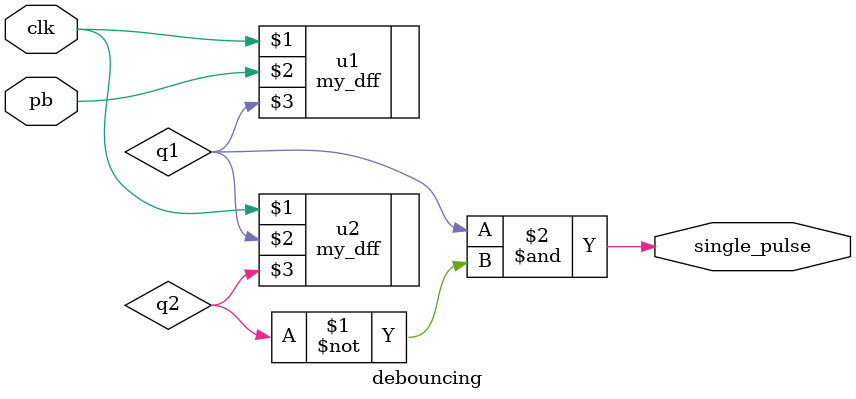
<source format=v>
`timescale 1ns / 1ps


module debouncing(
    input clk,
    input pb,
    output single_pulse
    );
    
    wire q1;
    wire q2;
    
    my_dff u1(clk, pb, q1);
    my_dff u2(clk, q1, q2);
    
    assign single_pulse = q1 & ~q2;
    
endmodule

</source>
